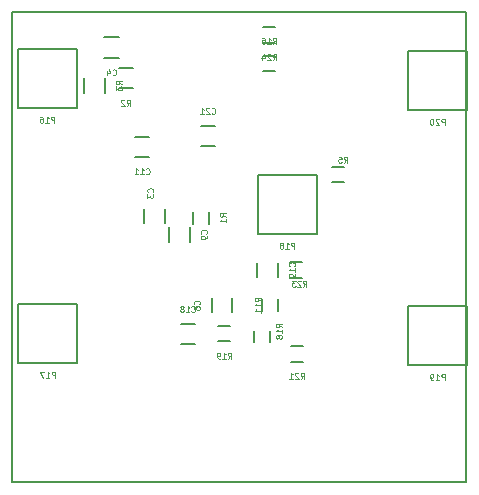
<source format=gbr>
G04 #@! TF.FileFunction,Legend,Bot*
%FSLAX45Y45*%
G04 Gerber Fmt 4.5, Leading zero omitted, Abs format (unit mm)*
G04 Created by KiCad (PCBNEW (2015-12-04 BZR 6347, Git 4c88040)-product) date 15.04.2016 21:14:43*
%MOMM*%
G01*
G04 APERTURE LIST*
%ADD10C,0.100000*%
%ADD11C,0.150000*%
%ADD12C,0.010000*%
G04 APERTURE END LIST*
D10*
D11*
X17920000Y-9040000D02*
X14080000Y-9040000D01*
X17920000Y-13020000D02*
X17920000Y-9040000D01*
X14080000Y-13020000D02*
X17920000Y-13020000D01*
X14080000Y-9040000D02*
X14080000Y-13020000D01*
X14126464Y-9851136D02*
X14626336Y-9851136D01*
X14626336Y-9851136D02*
X14626336Y-9351264D01*
X14626336Y-9351264D02*
X14126464Y-9351264D01*
X14126464Y-9351264D02*
X14126464Y-9851136D01*
X16152500Y-11160000D02*
X16152500Y-11280000D01*
X16327500Y-11280000D02*
X16327500Y-11160000D01*
X16158464Y-10917936D02*
X16658336Y-10917936D01*
X16658336Y-10917936D02*
X16658336Y-10418064D01*
X16658336Y-10418064D02*
X16158464Y-10418064D01*
X16158464Y-10418064D02*
X16158464Y-10917936D01*
X16430000Y-11287500D02*
X16530000Y-11287500D01*
X16530000Y-11152500D02*
X16430000Y-11152500D01*
X16540000Y-11862500D02*
X16440000Y-11862500D01*
X16440000Y-11997500D02*
X16540000Y-11997500D01*
X15925000Y-11692700D02*
X15825000Y-11692700D01*
X15825000Y-11827700D02*
X15925000Y-11827700D01*
X16262500Y-11835000D02*
X16262500Y-11735000D01*
X16127500Y-11735000D02*
X16127500Y-11835000D01*
X16206000Y-9541700D02*
X16306000Y-9541700D01*
X16306000Y-9406700D02*
X16206000Y-9406700D01*
X16327500Y-11570000D02*
X16327500Y-11470000D01*
X16192500Y-11470000D02*
X16192500Y-11570000D01*
X14687500Y-9600000D02*
X14687500Y-9720000D01*
X14862500Y-9720000D02*
X14862500Y-9600000D01*
X15100000Y-9510500D02*
X14980000Y-9510500D01*
X14980000Y-9685500D02*
X15100000Y-9685500D01*
X15675300Y-10175110D02*
X15795300Y-10175110D01*
X15795300Y-10000110D02*
X15675300Y-10000110D01*
X15505000Y-11852500D02*
X15625000Y-11852500D01*
X15625000Y-11677500D02*
X15505000Y-11677500D01*
X15240000Y-10092500D02*
X15120000Y-10092500D01*
X15120000Y-10267500D02*
X15240000Y-10267500D01*
X15406500Y-10862000D02*
X15406500Y-10982000D01*
X15581500Y-10982000D02*
X15581500Y-10862000D01*
X15942500Y-11580000D02*
X15942500Y-11460000D01*
X15767500Y-11460000D02*
X15767500Y-11580000D01*
X14980000Y-9252500D02*
X14860000Y-9252500D01*
X14860000Y-9427500D02*
X14980000Y-9427500D01*
X15197500Y-10705000D02*
X15197500Y-10825000D01*
X15372500Y-10825000D02*
X15372500Y-10705000D01*
X16790200Y-10481500D02*
X16890200Y-10481500D01*
X16890200Y-10346500D02*
X16790200Y-10346500D01*
X14130064Y-12009936D02*
X14629936Y-12009936D01*
X14629936Y-12009936D02*
X14629936Y-11510064D01*
X14629936Y-11510064D02*
X14130064Y-11510064D01*
X14130064Y-11510064D02*
X14130064Y-12009936D01*
X17430064Y-12029936D02*
X17929936Y-12029936D01*
X17929936Y-12029936D02*
X17929936Y-11530064D01*
X17929936Y-11530064D02*
X17430064Y-11530064D01*
X17430064Y-11530064D02*
X17430064Y-12029936D01*
X17430064Y-9869936D02*
X17929936Y-9869936D01*
X17929936Y-9869936D02*
X17929936Y-9370064D01*
X17929936Y-9370064D02*
X17430064Y-9370064D01*
X17430064Y-9370064D02*
X17430064Y-9869936D01*
X15607500Y-10730000D02*
X15607500Y-10830000D01*
X15742500Y-10830000D02*
X15742500Y-10730000D01*
X16305000Y-9166500D02*
X16205000Y-9166500D01*
X16205000Y-9301500D02*
X16305000Y-9301500D01*
D10*
D12*
X14437114Y-9973831D02*
X14437114Y-9923831D01*
X14418067Y-9923831D01*
X14413305Y-9926212D01*
X14410924Y-9928593D01*
X14408543Y-9933355D01*
X14408543Y-9940498D01*
X14410924Y-9945260D01*
X14413305Y-9947641D01*
X14418067Y-9950022D01*
X14437114Y-9950022D01*
X14360924Y-9973831D02*
X14389495Y-9973831D01*
X14375209Y-9973831D02*
X14375209Y-9923831D01*
X14379971Y-9930974D01*
X14384733Y-9935736D01*
X14389495Y-9938117D01*
X14318067Y-9923831D02*
X14327590Y-9923831D01*
X14332352Y-9926212D01*
X14334733Y-9928593D01*
X14339495Y-9935736D01*
X14341876Y-9945260D01*
X14341876Y-9964307D01*
X14339495Y-9969069D01*
X14337114Y-9971450D01*
X14332352Y-9973831D01*
X14322829Y-9973831D01*
X14318067Y-9971450D01*
X14315686Y-9969069D01*
X14313305Y-9964307D01*
X14313305Y-9952403D01*
X14315686Y-9947641D01*
X14318067Y-9945260D01*
X14322829Y-9942879D01*
X14332352Y-9942879D01*
X14337114Y-9945260D01*
X14339495Y-9947641D01*
X14341876Y-9952403D01*
X16467857Y-11187857D02*
X16470238Y-11185476D01*
X16472619Y-11178333D01*
X16472619Y-11173572D01*
X16470238Y-11166429D01*
X16465476Y-11161667D01*
X16460714Y-11159286D01*
X16451190Y-11156905D01*
X16444048Y-11156905D01*
X16434524Y-11159286D01*
X16429762Y-11161667D01*
X16425000Y-11166429D01*
X16422619Y-11173572D01*
X16422619Y-11178333D01*
X16425000Y-11185476D01*
X16427381Y-11187857D01*
X16472619Y-11235476D02*
X16472619Y-11206905D01*
X16472619Y-11221190D02*
X16422619Y-11221190D01*
X16429762Y-11216429D01*
X16434524Y-11211667D01*
X16436905Y-11206905D01*
X16472619Y-11259286D02*
X16472619Y-11268809D01*
X16470238Y-11273571D01*
X16467857Y-11275952D01*
X16460714Y-11280714D01*
X16451190Y-11283095D01*
X16432143Y-11283095D01*
X16427381Y-11280714D01*
X16425000Y-11278333D01*
X16422619Y-11273571D01*
X16422619Y-11264048D01*
X16425000Y-11259286D01*
X16427381Y-11256905D01*
X16432143Y-11254524D01*
X16444048Y-11254524D01*
X16448809Y-11256905D01*
X16451190Y-11259286D01*
X16453571Y-11264048D01*
X16453571Y-11273571D01*
X16451190Y-11278333D01*
X16448809Y-11280714D01*
X16444048Y-11283095D01*
X16469114Y-11040631D02*
X16469114Y-10990631D01*
X16450067Y-10990631D01*
X16445305Y-10993012D01*
X16442924Y-10995393D01*
X16440543Y-11000155D01*
X16440543Y-11007298D01*
X16442924Y-11012060D01*
X16445305Y-11014441D01*
X16450067Y-11016822D01*
X16469114Y-11016822D01*
X16392924Y-11040631D02*
X16421495Y-11040631D01*
X16407209Y-11040631D02*
X16407209Y-10990631D01*
X16411971Y-10997774D01*
X16416733Y-11002536D01*
X16421495Y-11004917D01*
X16364352Y-11012060D02*
X16369114Y-11009679D01*
X16371495Y-11007298D01*
X16373876Y-11002536D01*
X16373876Y-11000155D01*
X16371495Y-10995393D01*
X16369114Y-10993012D01*
X16364352Y-10990631D01*
X16354829Y-10990631D01*
X16350067Y-10993012D01*
X16347686Y-10995393D01*
X16345305Y-11000155D01*
X16345305Y-11002536D01*
X16347686Y-11007298D01*
X16350067Y-11009679D01*
X16354829Y-11012060D01*
X16364352Y-11012060D01*
X16369114Y-11014441D01*
X16371495Y-11016822D01*
X16373876Y-11021583D01*
X16373876Y-11031107D01*
X16371495Y-11035869D01*
X16369114Y-11038250D01*
X16364352Y-11040631D01*
X16354829Y-11040631D01*
X16350067Y-11038250D01*
X16347686Y-11035869D01*
X16345305Y-11031107D01*
X16345305Y-11021583D01*
X16347686Y-11016822D01*
X16350067Y-11014441D01*
X16354829Y-11012060D01*
X16542143Y-11362619D02*
X16558809Y-11338809D01*
X16570714Y-11362619D02*
X16570714Y-11312619D01*
X16551667Y-11312619D01*
X16546905Y-11315000D01*
X16544524Y-11317381D01*
X16542143Y-11322143D01*
X16542143Y-11329286D01*
X16544524Y-11334048D01*
X16546905Y-11336429D01*
X16551667Y-11338809D01*
X16570714Y-11338809D01*
X16523095Y-11317381D02*
X16520714Y-11315000D01*
X16515952Y-11312619D01*
X16504048Y-11312619D01*
X16499286Y-11315000D01*
X16496905Y-11317381D01*
X16494524Y-11322143D01*
X16494524Y-11326905D01*
X16496905Y-11334048D01*
X16525476Y-11362619D01*
X16494524Y-11362619D01*
X16477857Y-11312619D02*
X16446905Y-11312619D01*
X16463571Y-11331667D01*
X16456429Y-11331667D01*
X16451667Y-11334048D01*
X16449286Y-11336429D01*
X16446905Y-11341190D01*
X16446905Y-11353095D01*
X16449286Y-11357857D01*
X16451667Y-11360238D01*
X16456429Y-11362619D01*
X16470714Y-11362619D01*
X16475476Y-11360238D01*
X16477857Y-11357857D01*
X16522143Y-12142619D02*
X16538809Y-12118809D01*
X16550714Y-12142619D02*
X16550714Y-12092619D01*
X16531667Y-12092619D01*
X16526905Y-12095000D01*
X16524524Y-12097381D01*
X16522143Y-12102143D01*
X16522143Y-12109286D01*
X16524524Y-12114048D01*
X16526905Y-12116429D01*
X16531667Y-12118809D01*
X16550714Y-12118809D01*
X16503095Y-12097381D02*
X16500714Y-12095000D01*
X16495952Y-12092619D01*
X16484048Y-12092619D01*
X16479286Y-12095000D01*
X16476905Y-12097381D01*
X16474524Y-12102143D01*
X16474524Y-12106905D01*
X16476905Y-12114048D01*
X16505476Y-12142619D01*
X16474524Y-12142619D01*
X16426905Y-12142619D02*
X16455476Y-12142619D01*
X16441190Y-12142619D02*
X16441190Y-12092619D01*
X16445952Y-12099762D01*
X16450714Y-12104524D01*
X16455476Y-12106905D01*
X15907143Y-11972819D02*
X15923809Y-11949009D01*
X15935714Y-11972819D02*
X15935714Y-11922819D01*
X15916667Y-11922819D01*
X15911905Y-11925200D01*
X15909524Y-11927581D01*
X15907143Y-11932343D01*
X15907143Y-11939486D01*
X15909524Y-11944248D01*
X15911905Y-11946629D01*
X15916667Y-11949009D01*
X15935714Y-11949009D01*
X15859524Y-11972819D02*
X15888095Y-11972819D01*
X15873809Y-11972819D02*
X15873809Y-11922819D01*
X15878571Y-11929962D01*
X15883333Y-11934724D01*
X15888095Y-11937105D01*
X15835714Y-11972819D02*
X15826190Y-11972819D01*
X15821429Y-11970438D01*
X15819048Y-11968057D01*
X15814286Y-11960914D01*
X15811905Y-11951390D01*
X15811905Y-11932343D01*
X15814286Y-11927581D01*
X15816667Y-11925200D01*
X15821429Y-11922819D01*
X15830952Y-11922819D01*
X15835714Y-11925200D01*
X15838095Y-11927581D01*
X15840476Y-11932343D01*
X15840476Y-11944248D01*
X15838095Y-11949009D01*
X15835714Y-11951390D01*
X15830952Y-11953771D01*
X15821429Y-11953771D01*
X15816667Y-11951390D01*
X15814286Y-11949009D01*
X15811905Y-11944248D01*
X16362619Y-11707857D02*
X16338809Y-11691190D01*
X16362619Y-11679286D02*
X16312619Y-11679286D01*
X16312619Y-11698333D01*
X16315000Y-11703095D01*
X16317381Y-11705476D01*
X16322143Y-11707857D01*
X16329286Y-11707857D01*
X16334048Y-11705476D01*
X16336429Y-11703095D01*
X16338809Y-11698333D01*
X16338809Y-11679286D01*
X16362619Y-11755476D02*
X16362619Y-11726905D01*
X16362619Y-11741190D02*
X16312619Y-11741190D01*
X16319762Y-11736429D01*
X16324524Y-11731667D01*
X16326905Y-11726905D01*
X16334048Y-11784048D02*
X16331667Y-11779286D01*
X16329286Y-11776905D01*
X16324524Y-11774524D01*
X16322143Y-11774524D01*
X16317381Y-11776905D01*
X16315000Y-11779286D01*
X16312619Y-11784048D01*
X16312619Y-11793571D01*
X16315000Y-11798333D01*
X16317381Y-11800714D01*
X16322143Y-11803095D01*
X16324524Y-11803095D01*
X16329286Y-11800714D01*
X16331667Y-11798333D01*
X16334048Y-11793571D01*
X16334048Y-11784048D01*
X16336429Y-11779286D01*
X16338809Y-11776905D01*
X16343571Y-11774524D01*
X16353095Y-11774524D01*
X16357857Y-11776905D01*
X16360238Y-11779286D01*
X16362619Y-11784048D01*
X16362619Y-11793571D01*
X16360238Y-11798333D01*
X16357857Y-11800714D01*
X16353095Y-11803095D01*
X16343571Y-11803095D01*
X16338809Y-11800714D01*
X16336429Y-11798333D01*
X16334048Y-11793571D01*
X16288143Y-9306819D02*
X16304809Y-9283010D01*
X16316714Y-9306819D02*
X16316714Y-9256819D01*
X16297667Y-9256819D01*
X16292905Y-9259200D01*
X16290524Y-9261581D01*
X16288143Y-9266343D01*
X16288143Y-9273486D01*
X16290524Y-9278248D01*
X16292905Y-9280629D01*
X16297667Y-9283010D01*
X16316714Y-9283010D01*
X16240524Y-9306819D02*
X16269095Y-9306819D01*
X16254809Y-9306819D02*
X16254809Y-9256819D01*
X16259571Y-9263962D01*
X16264333Y-9268724D01*
X16269095Y-9271105D01*
X16197667Y-9256819D02*
X16207190Y-9256819D01*
X16211952Y-9259200D01*
X16214333Y-9261581D01*
X16219095Y-9268724D01*
X16221476Y-9278248D01*
X16221476Y-9297295D01*
X16219095Y-9302057D01*
X16216714Y-9304438D01*
X16211952Y-9306819D01*
X16202429Y-9306819D01*
X16197667Y-9304438D01*
X16195286Y-9302057D01*
X16192905Y-9297295D01*
X16192905Y-9285391D01*
X16195286Y-9280629D01*
X16197667Y-9278248D01*
X16202429Y-9275867D01*
X16211952Y-9275867D01*
X16216714Y-9278248D01*
X16219095Y-9280629D01*
X16221476Y-9285391D01*
X16182619Y-11487857D02*
X16158809Y-11471190D01*
X16182619Y-11459286D02*
X16132619Y-11459286D01*
X16132619Y-11478333D01*
X16135000Y-11483095D01*
X16137381Y-11485476D01*
X16142143Y-11487857D01*
X16149286Y-11487857D01*
X16154048Y-11485476D01*
X16156429Y-11483095D01*
X16158809Y-11478333D01*
X16158809Y-11459286D01*
X16182619Y-11535476D02*
X16182619Y-11506905D01*
X16182619Y-11521190D02*
X16132619Y-11521190D01*
X16139762Y-11516429D01*
X16144524Y-11511667D01*
X16146905Y-11506905D01*
X16182619Y-11583095D02*
X16182619Y-11554524D01*
X16182619Y-11568809D02*
X16132619Y-11568809D01*
X16139762Y-11564048D01*
X16144524Y-11559286D01*
X16146905Y-11554524D01*
X15007619Y-9651667D02*
X14983809Y-9635000D01*
X15007619Y-9623095D02*
X14957619Y-9623095D01*
X14957619Y-9642143D01*
X14960000Y-9646905D01*
X14962381Y-9649286D01*
X14967143Y-9651667D01*
X14974286Y-9651667D01*
X14979048Y-9649286D01*
X14981429Y-9646905D01*
X14983809Y-9642143D01*
X14983809Y-9623095D01*
X14957619Y-9668333D02*
X14957619Y-9699286D01*
X14976667Y-9682619D01*
X14976667Y-9689762D01*
X14979048Y-9694524D01*
X14981429Y-9696905D01*
X14986190Y-9699286D01*
X14998095Y-9699286D01*
X15002857Y-9696905D01*
X15005238Y-9694524D01*
X15007619Y-9689762D01*
X15007619Y-9675476D01*
X15005238Y-9670714D01*
X15002857Y-9668333D01*
X15048333Y-9830619D02*
X15065000Y-9806810D01*
X15076905Y-9830619D02*
X15076905Y-9780619D01*
X15057857Y-9780619D01*
X15053095Y-9783000D01*
X15050714Y-9785381D01*
X15048333Y-9790143D01*
X15048333Y-9797286D01*
X15050714Y-9802048D01*
X15053095Y-9804429D01*
X15057857Y-9806810D01*
X15076905Y-9806810D01*
X15029286Y-9785381D02*
X15026905Y-9783000D01*
X15022143Y-9780619D01*
X15010238Y-9780619D01*
X15005476Y-9783000D01*
X15003095Y-9785381D01*
X15000714Y-9790143D01*
X15000714Y-9794905D01*
X15003095Y-9802048D01*
X15031667Y-9830619D01*
X15000714Y-9830619D01*
X15767443Y-9895467D02*
X15769824Y-9897848D01*
X15776967Y-9900229D01*
X15781728Y-9900229D01*
X15788871Y-9897848D01*
X15793633Y-9893086D01*
X15796014Y-9888324D01*
X15798395Y-9878801D01*
X15798395Y-9871658D01*
X15796014Y-9862134D01*
X15793633Y-9857372D01*
X15788871Y-9852610D01*
X15781728Y-9850229D01*
X15776967Y-9850229D01*
X15769824Y-9852610D01*
X15767443Y-9854991D01*
X15748395Y-9854991D02*
X15746014Y-9852610D01*
X15741252Y-9850229D01*
X15729348Y-9850229D01*
X15724586Y-9852610D01*
X15722205Y-9854991D01*
X15719824Y-9859753D01*
X15719824Y-9864515D01*
X15722205Y-9871658D01*
X15750776Y-9900229D01*
X15719824Y-9900229D01*
X15672205Y-9900229D02*
X15700776Y-9900229D01*
X15686490Y-9900229D02*
X15686490Y-9850229D01*
X15691252Y-9857372D01*
X15696014Y-9862134D01*
X15700776Y-9864515D01*
X15597143Y-11572857D02*
X15599524Y-11575238D01*
X15606667Y-11577619D01*
X15611428Y-11577619D01*
X15618571Y-11575238D01*
X15623333Y-11570476D01*
X15625714Y-11565714D01*
X15628095Y-11556190D01*
X15628095Y-11549048D01*
X15625714Y-11539524D01*
X15623333Y-11534762D01*
X15618571Y-11530000D01*
X15611428Y-11527619D01*
X15606667Y-11527619D01*
X15599524Y-11530000D01*
X15597143Y-11532381D01*
X15549524Y-11577619D02*
X15578095Y-11577619D01*
X15563809Y-11577619D02*
X15563809Y-11527619D01*
X15568571Y-11534762D01*
X15573333Y-11539524D01*
X15578095Y-11541905D01*
X15520952Y-11549048D02*
X15525714Y-11546667D01*
X15528095Y-11544286D01*
X15530476Y-11539524D01*
X15530476Y-11537143D01*
X15528095Y-11532381D01*
X15525714Y-11530000D01*
X15520952Y-11527619D01*
X15511429Y-11527619D01*
X15506667Y-11530000D01*
X15504286Y-11532381D01*
X15501905Y-11537143D01*
X15501905Y-11539524D01*
X15504286Y-11544286D01*
X15506667Y-11546667D01*
X15511429Y-11549048D01*
X15520952Y-11549048D01*
X15525714Y-11551429D01*
X15528095Y-11553809D01*
X15530476Y-11558571D01*
X15530476Y-11568095D01*
X15528095Y-11572857D01*
X15525714Y-11575238D01*
X15520952Y-11577619D01*
X15511429Y-11577619D01*
X15506667Y-11575238D01*
X15504286Y-11572857D01*
X15501905Y-11568095D01*
X15501905Y-11558571D01*
X15504286Y-11553809D01*
X15506667Y-11551429D01*
X15511429Y-11549048D01*
X15212143Y-10407857D02*
X15214524Y-10410238D01*
X15221667Y-10412619D01*
X15226428Y-10412619D01*
X15233571Y-10410238D01*
X15238333Y-10405476D01*
X15240714Y-10400714D01*
X15243095Y-10391191D01*
X15243095Y-10384048D01*
X15240714Y-10374524D01*
X15238333Y-10369762D01*
X15233571Y-10365000D01*
X15226428Y-10362619D01*
X15221667Y-10362619D01*
X15214524Y-10365000D01*
X15212143Y-10367381D01*
X15164524Y-10412619D02*
X15193095Y-10412619D01*
X15178809Y-10412619D02*
X15178809Y-10362619D01*
X15183571Y-10369762D01*
X15188333Y-10374524D01*
X15193095Y-10376905D01*
X15116905Y-10412619D02*
X15145476Y-10412619D01*
X15131190Y-10412619D02*
X15131190Y-10362619D01*
X15135952Y-10369762D01*
X15140714Y-10374524D01*
X15145476Y-10376905D01*
X15721857Y-10913667D02*
X15724238Y-10911286D01*
X15726619Y-10904143D01*
X15726619Y-10899381D01*
X15724238Y-10892238D01*
X15719476Y-10887476D01*
X15714714Y-10885095D01*
X15705190Y-10882714D01*
X15698048Y-10882714D01*
X15688524Y-10885095D01*
X15683762Y-10887476D01*
X15679000Y-10892238D01*
X15676619Y-10899381D01*
X15676619Y-10904143D01*
X15679000Y-10911286D01*
X15681381Y-10913667D01*
X15726619Y-10937476D02*
X15726619Y-10947000D01*
X15724238Y-10951762D01*
X15721857Y-10954143D01*
X15714714Y-10958905D01*
X15705190Y-10961286D01*
X15686143Y-10961286D01*
X15681381Y-10958905D01*
X15679000Y-10956524D01*
X15676619Y-10951762D01*
X15676619Y-10942238D01*
X15679000Y-10937476D01*
X15681381Y-10935095D01*
X15686143Y-10932714D01*
X15698048Y-10932714D01*
X15702809Y-10935095D01*
X15705190Y-10937476D01*
X15707571Y-10942238D01*
X15707571Y-10951762D01*
X15705190Y-10956524D01*
X15702809Y-10958905D01*
X15698048Y-10961286D01*
X15662857Y-11511667D02*
X15665238Y-11509286D01*
X15667619Y-11502143D01*
X15667619Y-11497381D01*
X15665238Y-11490238D01*
X15660476Y-11485476D01*
X15655714Y-11483095D01*
X15646190Y-11480714D01*
X15639048Y-11480714D01*
X15629524Y-11483095D01*
X15624762Y-11485476D01*
X15620000Y-11490238D01*
X15617619Y-11497381D01*
X15617619Y-11502143D01*
X15620000Y-11509286D01*
X15622381Y-11511667D01*
X15617619Y-11554524D02*
X15617619Y-11545000D01*
X15620000Y-11540238D01*
X15622381Y-11537857D01*
X15629524Y-11533095D01*
X15639048Y-11530714D01*
X15658095Y-11530714D01*
X15662857Y-11533095D01*
X15665238Y-11535476D01*
X15667619Y-11540238D01*
X15667619Y-11549762D01*
X15665238Y-11554524D01*
X15662857Y-11556905D01*
X15658095Y-11559286D01*
X15646190Y-11559286D01*
X15641429Y-11556905D01*
X15639048Y-11554524D01*
X15636667Y-11549762D01*
X15636667Y-11540238D01*
X15639048Y-11535476D01*
X15641429Y-11533095D01*
X15646190Y-11530714D01*
X14928333Y-9567857D02*
X14930714Y-9570238D01*
X14937857Y-9572619D01*
X14942619Y-9572619D01*
X14949762Y-9570238D01*
X14954524Y-9565476D01*
X14956905Y-9560714D01*
X14959286Y-9551191D01*
X14959286Y-9544048D01*
X14956905Y-9534524D01*
X14954524Y-9529762D01*
X14949762Y-9525000D01*
X14942619Y-9522619D01*
X14937857Y-9522619D01*
X14930714Y-9525000D01*
X14928333Y-9527381D01*
X14885476Y-9539286D02*
X14885476Y-9572619D01*
X14897381Y-9520238D02*
X14909286Y-9555952D01*
X14878333Y-9555952D01*
X15267857Y-10561667D02*
X15270238Y-10559286D01*
X15272619Y-10552143D01*
X15272619Y-10547381D01*
X15270238Y-10540238D01*
X15265476Y-10535476D01*
X15260714Y-10533095D01*
X15251190Y-10530714D01*
X15244048Y-10530714D01*
X15234524Y-10533095D01*
X15229762Y-10535476D01*
X15225000Y-10540238D01*
X15222619Y-10547381D01*
X15222619Y-10552143D01*
X15225000Y-10559286D01*
X15227381Y-10561667D01*
X15222619Y-10578333D02*
X15222619Y-10609286D01*
X15241667Y-10592619D01*
X15241667Y-10599762D01*
X15244048Y-10604524D01*
X15246429Y-10606905D01*
X15251190Y-10609286D01*
X15263095Y-10609286D01*
X15267857Y-10606905D01*
X15270238Y-10604524D01*
X15272619Y-10599762D01*
X15272619Y-10585476D01*
X15270238Y-10580714D01*
X15267857Y-10578333D01*
X16888333Y-10312619D02*
X16905000Y-10288810D01*
X16916905Y-10312619D02*
X16916905Y-10262619D01*
X16897857Y-10262619D01*
X16893095Y-10265000D01*
X16890714Y-10267381D01*
X16888333Y-10272143D01*
X16888333Y-10279286D01*
X16890714Y-10284048D01*
X16893095Y-10286429D01*
X16897857Y-10288810D01*
X16916905Y-10288810D01*
X16843095Y-10262619D02*
X16866905Y-10262619D01*
X16869286Y-10286429D01*
X16866905Y-10284048D01*
X16862143Y-10281667D01*
X16850238Y-10281667D01*
X16845476Y-10284048D01*
X16843095Y-10286429D01*
X16840714Y-10291191D01*
X16840714Y-10303095D01*
X16843095Y-10307857D01*
X16845476Y-10310238D01*
X16850238Y-10312619D01*
X16862143Y-10312619D01*
X16866905Y-10310238D01*
X16869286Y-10307857D01*
X14440714Y-12132631D02*
X14440714Y-12082631D01*
X14421667Y-12082631D01*
X14416905Y-12085012D01*
X14414524Y-12087393D01*
X14412143Y-12092155D01*
X14412143Y-12099298D01*
X14414524Y-12104060D01*
X14416905Y-12106441D01*
X14421667Y-12108821D01*
X14440714Y-12108821D01*
X14364524Y-12132631D02*
X14393095Y-12132631D01*
X14378809Y-12132631D02*
X14378809Y-12082631D01*
X14383571Y-12089774D01*
X14388333Y-12094536D01*
X14393095Y-12096917D01*
X14347857Y-12082631D02*
X14314524Y-12082631D01*
X14335952Y-12132631D01*
X17740714Y-12152631D02*
X17740714Y-12102631D01*
X17721667Y-12102631D01*
X17716905Y-12105012D01*
X17714524Y-12107393D01*
X17712143Y-12112155D01*
X17712143Y-12119298D01*
X17714524Y-12124060D01*
X17716905Y-12126441D01*
X17721667Y-12128821D01*
X17740714Y-12128821D01*
X17664524Y-12152631D02*
X17693095Y-12152631D01*
X17678810Y-12152631D02*
X17678810Y-12102631D01*
X17683571Y-12109774D01*
X17688333Y-12114536D01*
X17693095Y-12116917D01*
X17640714Y-12152631D02*
X17631191Y-12152631D01*
X17626429Y-12150250D01*
X17624048Y-12147869D01*
X17619286Y-12140726D01*
X17616905Y-12131202D01*
X17616905Y-12112155D01*
X17619286Y-12107393D01*
X17621667Y-12105012D01*
X17626429Y-12102631D01*
X17635952Y-12102631D01*
X17640714Y-12105012D01*
X17643095Y-12107393D01*
X17645476Y-12112155D01*
X17645476Y-12124060D01*
X17643095Y-12128821D01*
X17640714Y-12131202D01*
X17635952Y-12133583D01*
X17626429Y-12133583D01*
X17621667Y-12131202D01*
X17619286Y-12128821D01*
X17616905Y-12124060D01*
X17740714Y-9992631D02*
X17740714Y-9942631D01*
X17721667Y-9942631D01*
X17716905Y-9945012D01*
X17714524Y-9947393D01*
X17712143Y-9952155D01*
X17712143Y-9959298D01*
X17714524Y-9964060D01*
X17716905Y-9966441D01*
X17721667Y-9968822D01*
X17740714Y-9968822D01*
X17693095Y-9947393D02*
X17690714Y-9945012D01*
X17685952Y-9942631D01*
X17674048Y-9942631D01*
X17669286Y-9945012D01*
X17666905Y-9947393D01*
X17664524Y-9952155D01*
X17664524Y-9956917D01*
X17666905Y-9964060D01*
X17695476Y-9992631D01*
X17664524Y-9992631D01*
X17633571Y-9942631D02*
X17628810Y-9942631D01*
X17624048Y-9945012D01*
X17621667Y-9947393D01*
X17619286Y-9952155D01*
X17616905Y-9961679D01*
X17616905Y-9973583D01*
X17619286Y-9983107D01*
X17621667Y-9987869D01*
X17624048Y-9990250D01*
X17628810Y-9992631D01*
X17633571Y-9992631D01*
X17638333Y-9990250D01*
X17640714Y-9987869D01*
X17643095Y-9983107D01*
X17645476Y-9973583D01*
X17645476Y-9961679D01*
X17643095Y-9952155D01*
X17640714Y-9947393D01*
X17638333Y-9945012D01*
X17633571Y-9942631D01*
X15887619Y-10771667D02*
X15863809Y-10755000D01*
X15887619Y-10743095D02*
X15837619Y-10743095D01*
X15837619Y-10762143D01*
X15840000Y-10766905D01*
X15842381Y-10769286D01*
X15847143Y-10771667D01*
X15854286Y-10771667D01*
X15859048Y-10769286D01*
X15861429Y-10766905D01*
X15863809Y-10762143D01*
X15863809Y-10743095D01*
X15887619Y-10819286D02*
X15887619Y-10790714D01*
X15887619Y-10805000D02*
X15837619Y-10805000D01*
X15844762Y-10800238D01*
X15849524Y-10795476D01*
X15851905Y-10790714D01*
X16287143Y-9446619D02*
X16303809Y-9422810D01*
X16315714Y-9446619D02*
X16315714Y-9396619D01*
X16296667Y-9396619D01*
X16291905Y-9399000D01*
X16289524Y-9401381D01*
X16287143Y-9406143D01*
X16287143Y-9413286D01*
X16289524Y-9418048D01*
X16291905Y-9420429D01*
X16296667Y-9422810D01*
X16315714Y-9422810D01*
X16268095Y-9401381D02*
X16265714Y-9399000D01*
X16260952Y-9396619D01*
X16249048Y-9396619D01*
X16244286Y-9399000D01*
X16241905Y-9401381D01*
X16239524Y-9406143D01*
X16239524Y-9410905D01*
X16241905Y-9418048D01*
X16270476Y-9446619D01*
X16239524Y-9446619D01*
X16196667Y-9413286D02*
X16196667Y-9446619D01*
X16208571Y-9394238D02*
X16220476Y-9429952D01*
X16189524Y-9429952D01*
M02*

</source>
